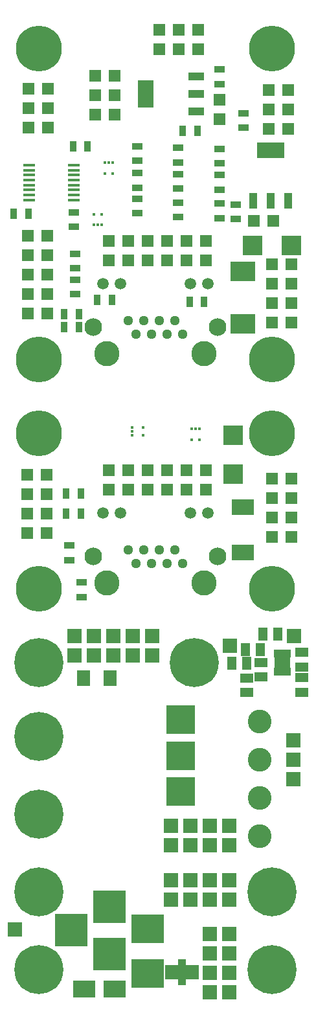
<source format=gbr>
G04 This is an RS-274x file exported by *
G04 gerbv version 2.6.1 *
G04 More information is available about gerbv at *
G04 http://gerbv.geda-project.org/ *
G04 --End of header info--*
%MOIN*%
%FSLAX34Y34*%
%IPPOS*%
G04 --Define apertures--*
%ADD10R,0.0984X0.1004*%
%ADD11R,0.0433X0.1339*%
%ADD12R,0.0118X0.0177*%
%ADD13C,0.0118*%
%ADD14R,0.1657X0.1657*%
%ADD15R,0.1299X0.0984*%
%ADD16C,0.0906*%
%ADD17R,0.0276X0.0394*%
%ADD18R,0.0591X0.0177*%
%ADD19R,0.1496X0.1496*%
%ADD20R,0.1181X0.0787*%
%ADD21C,0.0512*%
%ADD22C,0.1220*%
%ADD23R,0.1440X0.0800*%
%ADD24R,0.1657X0.1469*%
%ADD25R,0.0600X0.0600*%
%ADD26C,0.2520*%
%ADD27R,0.0400X0.0800*%
%ADD28R,0.0757X0.0757*%
%ADD29R,0.0800X0.1440*%
%ADD30R,0.0669X0.0826*%
%ADD31R,0.0550X0.0350*%
%ADD32C,0.1299*%
%ADD33R,0.1004X0.0984*%
%ADD34R,0.0827X0.0551*%
%ADD35R,0.1141X0.0866*%
%ADD36R,0.0350X0.0550*%
%ADD37R,0.0800X0.0400*%
%ADD38C,0.0591*%
%ADD39R,0.0177X0.0118*%
%ADD40R,0.0669X0.0748*%
%ADD41R,0.0507X0.0707*%
%ADD42C,0.2362*%
%ADD43R,0.0707X0.0507*%
%ADD44R,0.0704X0.0507*%
G04 --Start main section--*
G54D26*
G01X0013900Y0005900D03*
G54D28*
G01X0011700Y0000725D03*
G01X0010700Y0000725D03*
G01X0011700Y0001725D03*
G01X0010700Y0001725D03*
G01X0011700Y0002725D03*
G01X0010700Y0002725D03*
G01X0011700Y0003725D03*
G01X0010700Y0003725D03*
G54D14*
G01X0005550Y0005141D03*
G01X0005550Y0002700D03*
G01X0003581Y0003920D03*
G54D40*
G01X0008744Y0001750D03*
G54D11*
G01X0009275Y0001750D03*
G54D40*
G01X0009807Y0001750D03*
G54D28*
G01X0008700Y0005475D03*
G01X0008700Y0006475D03*
G01X0008700Y0008300D03*
G01X0008700Y0009300D03*
G01X0009700Y0008300D03*
G01X0009700Y0009300D03*
G01X0009700Y0005475D03*
G01X0009700Y0006475D03*
G01X0015000Y0013700D03*
G01X0015000Y0011700D03*
G54D19*
G01X0009200Y0011050D03*
G01X0009200Y0012900D03*
G01X0009200Y0014750D03*
G54D26*
G01X0001900Y0005900D03*
G01X0013900Y0001900D03*
G01X0001900Y0001900D03*
G01X0001900Y0009900D03*
G01X0001900Y0013900D03*
G54D28*
G01X0015000Y0012700D03*
G54D22*
G01X0013275Y0008758D03*
G01X0013275Y0014664D03*
G01X0013275Y0010725D03*
G54D35*
G01X0004238Y0000900D03*
G01X0005812Y0000900D03*
G54D22*
G01X0013275Y0012695D03*
G54D28*
G01X0011700Y0005475D03*
G01X0011700Y0006475D03*
G01X0011700Y0008300D03*
G01X0011700Y0009300D03*
G01X0010700Y0008300D03*
G01X0010700Y0009300D03*
G01X0010700Y0005475D03*
G01X0010700Y0006475D03*
G54D24*
G01X0007525Y0003996D03*
G01X0007525Y0001704D03*
G54D28*
G01X0000675Y0003950D03*
G01X0011750Y0018549D03*
G01X0015050Y0019049D03*
G01X0005750Y0018049D03*
G01X0005750Y0019049D03*
G01X0004750Y0018049D03*
G01X0004750Y0019049D03*
G01X0006750Y0018049D03*
G01X0006750Y0019049D03*
G01X0003750Y0018049D03*
G01X0003750Y0019049D03*
G01X0007750Y0018049D03*
G01X0007750Y0019049D03*
G54D26*
G01X0009900Y0017699D03*
G01X0001900Y0017699D03*
G54D41*
G01X0012600Y0017649D03*
G01X0011850Y0017649D03*
G01X0013450Y0019149D03*
G01X0014200Y0019149D03*
G54D44*
G01X0015448Y0016174D03*
G01X0015448Y0016924D03*
G01X0015448Y0017474D03*
G01X0015448Y0018224D03*
G54D43*
G01X0012600Y0016899D03*
G01X0012600Y0016149D03*
G01X0013350Y0017699D03*
G01X0013350Y0016949D03*
G54D41*
G01X0013300Y0018349D03*
G01X0012550Y0018349D03*
G54D17*
G01X0014745Y0017227D03*
G01X0014548Y0017227D03*
G01X0014352Y0017227D03*
G01X0014155Y0017227D03*
G01X0014155Y0018172D03*
G01X0014352Y0018172D03*
G01X0014548Y0018172D03*
G01X0014745Y0018172D03*
G54D34*
G01X0014450Y0017699D03*
G54D30*
G01X0004211Y0016899D03*
G01X0005589Y0016899D03*
G54D12*
G01X0009778Y0029724D03*
G01X0010172Y0029724D03*
G01X0009778Y0029172D03*
G01X0009975Y0029724D03*
G01X0010172Y0029172D03*
G54D32*
G01X0005400Y0021798D03*
G01X0010400Y0021798D03*
G54D16*
G01X0011101Y0023149D03*
G01X0004699Y0023149D03*
G54D21*
G01X0006900Y0022798D03*
G01X0007699Y0022798D03*
G01X0008498Y0022798D03*
G01X0009298Y0022798D03*
G01X0006498Y0023499D03*
G01X0007298Y0023499D03*
G01X0008097Y0023499D03*
G01X0008896Y0023499D03*
G54D38*
G01X0010601Y0025397D03*
G01X0009699Y0025397D03*
G01X0006101Y0025397D03*
G01X0005199Y0025397D03*
G54D25*
G01X0013900Y0027174D03*
G01X0014900Y0027174D03*
G01X0013900Y0026174D03*
G01X0014900Y0026174D03*
G01X0013900Y0025174D03*
G01X0014900Y0025174D03*
G01X0013900Y0024174D03*
G01X0014900Y0024174D03*
G54D31*
G01X0004100Y0021824D03*
G01X0004100Y0021074D03*
G54D25*
G01X0002325Y0024374D03*
G01X0001325Y0024374D03*
G01X0002325Y0025374D03*
G01X0001325Y0025374D03*
G01X0002325Y0026374D03*
G01X0001325Y0026374D03*
G01X0005500Y0026598D03*
G01X0005500Y0027598D03*
G01X0006500Y0026598D03*
G01X0006500Y0027598D03*
G54D42*
G01X0001900Y0029498D03*
G01X0013900Y0021498D03*
G01X0001900Y0021498D03*
G01X0013900Y0029498D03*
G54D36*
G01X0003325Y0025374D03*
G01X0004075Y0025374D03*
G01X0003325Y0026398D03*
G01X0004075Y0026398D03*
G54D31*
G01X0003475Y0023724D03*
G01X0003475Y0022974D03*
G54D25*
G01X0002325Y0027374D03*
G01X0001325Y0027374D03*
G54D10*
G01X0011925Y0029393D03*
G01X0011925Y0027404D03*
G54D25*
G01X0007500Y0026598D03*
G01X0007500Y0027598D03*
G01X0008500Y0026598D03*
G01X0008500Y0027598D03*
G01X0010500Y0026598D03*
G01X0010500Y0027598D03*
G01X0009500Y0026598D03*
G01X0009500Y0027598D03*
G54D39*
G01X0006724Y0029402D03*
G01X0006724Y0029795D03*
G01X0007276Y0029402D03*
G01X0006724Y0029598D03*
G01X0007276Y0029795D03*
G54D20*
G01X0012400Y0023343D03*
G01X0012400Y0025705D03*
G54D32*
G01X0005400Y0033598D03*
G01X0010400Y0033598D03*
G54D16*
G01X0011101Y0034948D03*
G01X0004699Y0034948D03*
G54D21*
G01X0006900Y0034598D03*
G01X0007699Y0034598D03*
G01X0008498Y0034598D03*
G01X0009298Y0034598D03*
G01X0006498Y0035298D03*
G01X0007298Y0035298D03*
G01X0008097Y0035298D03*
G01X0008896Y0035298D03*
G54D38*
G01X0010601Y0037196D03*
G01X0009699Y0037196D03*
G01X0006101Y0037196D03*
G01X0005199Y0037196D03*
G54D25*
G01X0013900Y0038198D03*
G01X0014900Y0038198D03*
G01X0013900Y0037198D03*
G01X0014900Y0037198D03*
G01X0013900Y0036198D03*
G01X0014900Y0036198D03*
G01X0013900Y0035198D03*
G01X0014900Y0035198D03*
G54D31*
G01X0012050Y0041273D03*
G01X0012050Y0040523D03*
G01X0012450Y0045223D03*
G01X0012450Y0045973D03*
G54D36*
G01X0010075Y0045048D03*
G01X0009325Y0045048D03*
G54D31*
G01X0011200Y0047473D03*
G01X0011200Y0048223D03*
G54D36*
G01X0001375Y0040798D03*
G01X0000625Y0040798D03*
G54D25*
G01X0005500Y0038398D03*
G01X0005500Y0039398D03*
G01X0006500Y0038398D03*
G01X0006500Y0039398D03*
G01X0007500Y0038398D03*
G01X0007500Y0039398D03*
G01X0008500Y0038398D03*
G01X0008500Y0039398D03*
G01X0009500Y0038398D03*
G01X0009500Y0039398D03*
G01X0010500Y0038398D03*
G01X0010500Y0039398D03*
G01X0013750Y0047148D03*
G01X0014750Y0047148D03*
G01X0013750Y0046148D03*
G01X0014750Y0046148D03*
G01X0013750Y0045148D03*
G01X0014750Y0045148D03*
G01X0011200Y0046648D03*
G01X0011200Y0045648D03*
G01X0005800Y0045898D03*
G01X0005800Y0046898D03*
G01X0005800Y0047898D03*
G01X0008100Y0049248D03*
G01X0008100Y0050248D03*
G01X0009100Y0049248D03*
G01X0009100Y0050248D03*
G01X0010100Y0049248D03*
G01X0010100Y0050248D03*
G01X0001375Y0046223D03*
G01X0002375Y0046223D03*
G01X0002375Y0047223D03*
G01X0001375Y0047223D03*
G01X0002350Y0039648D03*
G01X0001350Y0039648D03*
G01X0002350Y0036648D03*
G01X0001350Y0036648D03*
G01X0002350Y0037648D03*
G01X0001350Y0037648D03*
G01X0002350Y0038648D03*
G01X0001350Y0038648D03*
G01X0002350Y0035648D03*
G01X0001350Y0035648D03*
G54D42*
G01X0001900Y0049298D03*
G01X0013900Y0033298D03*
G01X0001900Y0033298D03*
G01X0013900Y0049298D03*
G54D36*
G01X0009675Y0036248D03*
G01X0010425Y0036248D03*
G01X0005675Y0036348D03*
G01X0004925Y0036348D03*
G54D31*
G01X0006970Y0044273D03*
G01X0006970Y0043523D03*
G01X0006965Y0042878D03*
G01X0006965Y0042128D03*
G01X0006975Y0041573D03*
G01X0006975Y0040823D03*
G01X0009060Y0044183D03*
G01X0009060Y0043433D03*
G01X0009060Y0042833D03*
G01X0009060Y0042083D03*
G01X0009060Y0041363D03*
G01X0009060Y0040613D03*
G01X0011200Y0044133D03*
G01X0011200Y0043383D03*
G01X0011200Y0042783D03*
G01X0011200Y0042033D03*
G01X0011200Y0041313D03*
G01X0011200Y0040563D03*
G54D36*
G01X0003675Y0044273D03*
G01X0004425Y0044273D03*
G54D31*
G01X0003788Y0037986D03*
G01X0003788Y0038736D03*
G54D23*
G01X0013850Y0044048D03*
G54D27*
G01X0013850Y0041448D03*
G01X0012950Y0041448D03*
G01X0014750Y0041448D03*
G54D29*
G01X0007400Y0046948D03*
G54D37*
G01X0010000Y0046948D03*
G01X0010000Y0046048D03*
G01X0010000Y0047848D03*
G54D18*
G01X0001398Y0041502D03*
G01X0001398Y0041758D03*
G01X0001398Y0042014D03*
G01X0001398Y0042270D03*
G01X0001398Y0042526D03*
G01X0001398Y0042781D03*
G01X0001398Y0043037D03*
G01X0001398Y0043293D03*
G01X0003721Y0043293D03*
G01X0003721Y0043037D03*
G01X0003721Y0042781D03*
G01X0003721Y0042526D03*
G01X0003721Y0042270D03*
G01X0003721Y0042014D03*
G01X0003721Y0041758D03*
G01X0003721Y0041502D03*
G54D33*
G01X0014894Y0039148D03*
G01X0012906Y0039148D03*
G54D31*
G01X0003700Y0040873D03*
G01X0003700Y0040123D03*
G54D12*
G01X0005147Y0040222D03*
G01X0004753Y0040222D03*
G01X0005147Y0040774D03*
G01X0004950Y0040222D03*
G01X0004753Y0040774D03*
G01X0005303Y0043424D03*
G01X0005697Y0043424D03*
G01X0005303Y0042872D03*
G01X0005500Y0043424D03*
G01X0005697Y0042872D03*
G54D25*
G01X0004800Y0045898D03*
G01X0004800Y0046898D03*
G01X0004800Y0047898D03*
G01X0012975Y0040423D03*
G01X0013975Y0040423D03*
G54D31*
G01X0003775Y0037398D03*
G01X0003775Y0036648D03*
G54D25*
G01X0002375Y0045223D03*
G01X0001375Y0045223D03*
G54D36*
G01X0003975Y0034948D03*
G01X0003225Y0034948D03*
G01X0003225Y0035623D03*
G01X0003975Y0035623D03*
G54D15*
G01X0012400Y0035133D03*
G01X0012400Y0037812D03*
M02*

</source>
